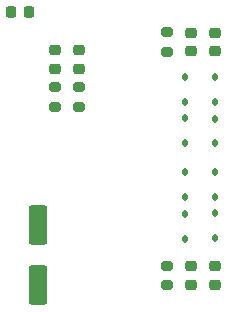
<source format=gbr>
%TF.GenerationSoftware,KiCad,Pcbnew,9.0.1*%
%TF.CreationDate,2025-04-09T21:36:18+02:00*%
%TF.ProjectId,projet_rubix_cube,70726f6a-6574-45f7-9275-6269785f6375,rev?*%
%TF.SameCoordinates,Original*%
%TF.FileFunction,Paste,Top*%
%TF.FilePolarity,Positive*%
%FSLAX46Y46*%
G04 Gerber Fmt 4.6, Leading zero omitted, Abs format (unit mm)*
G04 Created by KiCad (PCBNEW 9.0.1) date 2025-04-09 21:36:18*
%MOMM*%
%LPD*%
G01*
G04 APERTURE LIST*
G04 Aperture macros list*
%AMRoundRect*
0 Rectangle with rounded corners*
0 $1 Rounding radius*
0 $2 $3 $4 $5 $6 $7 $8 $9 X,Y pos of 4 corners*
0 Add a 4 corners polygon primitive as box body*
4,1,4,$2,$3,$4,$5,$6,$7,$8,$9,$2,$3,0*
0 Add four circle primitives for the rounded corners*
1,1,$1+$1,$2,$3*
1,1,$1+$1,$4,$5*
1,1,$1+$1,$6,$7*
1,1,$1+$1,$8,$9*
0 Add four rect primitives between the rounded corners*
20,1,$1+$1,$2,$3,$4,$5,0*
20,1,$1+$1,$4,$5,$6,$7,0*
20,1,$1+$1,$6,$7,$8,$9,0*
20,1,$1+$1,$8,$9,$2,$3,0*%
G04 Aperture macros list end*
%ADD10RoundRect,0.218750X-0.256250X0.218750X-0.256250X-0.218750X0.256250X-0.218750X0.256250X0.218750X0*%
%ADD11RoundRect,0.218750X0.256250X-0.218750X0.256250X0.218750X-0.256250X0.218750X-0.256250X-0.218750X0*%
%ADD12RoundRect,0.112500X-0.112500X0.187500X-0.112500X-0.187500X0.112500X-0.187500X0.112500X0.187500X0*%
%ADD13RoundRect,0.200000X-0.275000X0.200000X-0.275000X-0.200000X0.275000X-0.200000X0.275000X0.200000X0*%
%ADD14RoundRect,0.250000X-0.550000X1.412500X-0.550000X-1.412500X0.550000X-1.412500X0.550000X1.412500X0*%
%ADD15RoundRect,0.225000X0.225000X0.250000X-0.225000X0.250000X-0.225000X-0.250000X0.225000X-0.250000X0*%
G04 APERTURE END LIST*
D10*
%TO.C,D17*%
X140500000Y-33212500D03*
X140500000Y-34787500D03*
%TD*%
D11*
%TO.C,D19*%
X127000000Y-36287500D03*
X127000000Y-34712500D03*
%TD*%
D12*
%TO.C,D7*%
X140500000Y-48500000D03*
X140500000Y-50600000D03*
%TD*%
D11*
%TO.C,D15*%
X138500000Y-54575000D03*
X138500000Y-53000000D03*
%TD*%
D13*
%TO.C,R6*%
X136500000Y-33175000D03*
X136500000Y-34825000D03*
%TD*%
D12*
%TO.C,D8*%
X138000000Y-48550000D03*
X138000000Y-50650000D03*
%TD*%
%TO.C,D2*%
X138000000Y-40450000D03*
X138000000Y-42550000D03*
%TD*%
D13*
%TO.C,R3*%
X127000000Y-37850000D03*
X127000000Y-39500000D03*
%TD*%
D10*
%TO.C,D16*%
X140500000Y-53000000D03*
X140500000Y-54575000D03*
%TD*%
D12*
%TO.C,D6*%
X138000000Y-45000000D03*
X138000000Y-47100000D03*
%TD*%
D11*
%TO.C,D14*%
X129000000Y-36287500D03*
X129000000Y-34712500D03*
%TD*%
D12*
%TO.C,D1*%
X138000000Y-36950000D03*
X138000000Y-39050000D03*
%TD*%
%TO.C,D4*%
X140500000Y-40500000D03*
X140500000Y-42600000D03*
%TD*%
D13*
%TO.C,R4*%
X129000000Y-37850000D03*
X129000000Y-39500000D03*
%TD*%
%TO.C,R5*%
X136500000Y-52962500D03*
X136500000Y-54612500D03*
%TD*%
D12*
%TO.C,D5*%
X140500000Y-45000000D03*
X140500000Y-47100000D03*
%TD*%
D14*
%TO.C,C2*%
X125500000Y-49500000D03*
X125500000Y-54575000D03*
%TD*%
D11*
%TO.C,D18*%
X138500000Y-34787500D03*
X138500000Y-33212500D03*
%TD*%
D12*
%TO.C,D3*%
X140500000Y-36950000D03*
X140500000Y-39050000D03*
%TD*%
D15*
%TO.C,C1*%
X124775000Y-31500000D03*
X123225000Y-31500000D03*
%TD*%
M02*

</source>
